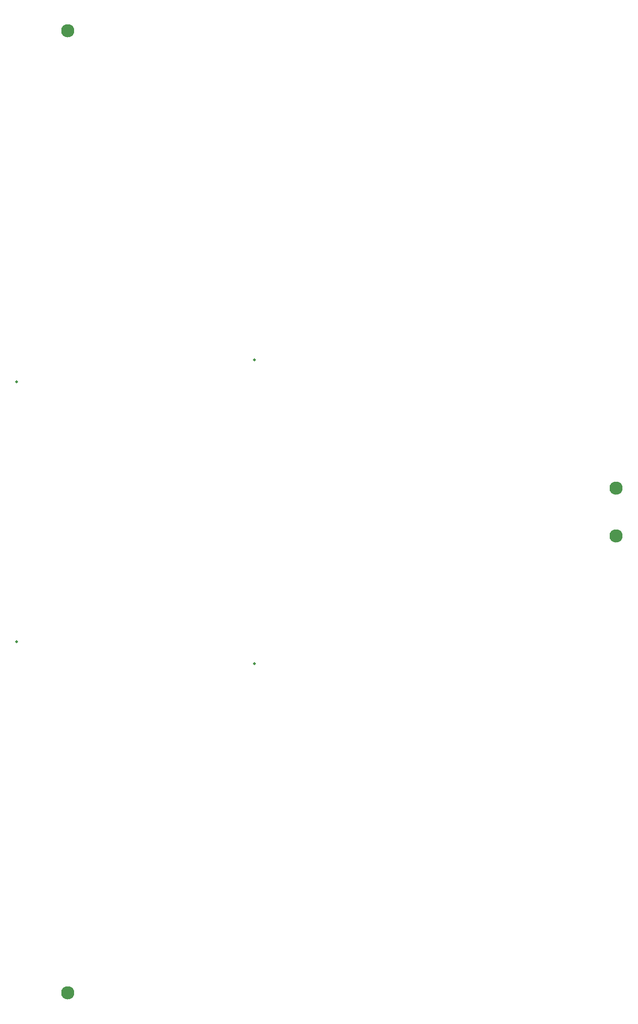
<source format=gtl>
G04 #@! TF.GenerationSoftware,KiCad,Pcbnew,5.0.2-bee76a0~70~ubuntu18.04.1*
G04 #@! TF.CreationDate,2019-06-11T22:58:44+09:00*
G04 #@! TF.ProjectId,top,746f702e-6b69-4636-9164-5f7063625858,rev?*
G04 #@! TF.SameCoordinates,Original*
G04 #@! TF.FileFunction,Copper,L1,Top*
G04 #@! TF.FilePolarity,Positive*
%FSLAX46Y46*%
G04 Gerber Fmt 4.6, Leading zero omitted, Abs format (unit mm)*
G04 Created by KiCad (PCBNEW 5.0.2-bee76a0~70~ubuntu18.04.1) date 2019年06月11日 22時58分44秒*
%MOMM*%
%LPD*%
G01*
G04 APERTURE LIST*
G04 #@! TA.AperFunction,ComponentPad*
%ADD10C,2.300000*%
G04 #@! TD*
G04 #@! TA.AperFunction,ViaPad*
%ADD11C,0.500000*%
G04 #@! TD*
G04 APERTURE END LIST*
D10*
G04 #@! TO.P,Ref5,*
G04 #@! TO.N,*
X201940532Y-112434126D03*
G04 #@! TD*
G04 #@! TO.P,Ref1,*
G04 #@! TO.N,*
X106690532Y-191809126D03*
G04 #@! TD*
G04 #@! TO.P,Ref1,*
G04 #@! TO.N,*
X106680000Y-24765000D03*
G04 #@! TD*
G04 #@! TO.P,Ref5,*
G04 #@! TO.N,*
X201930000Y-104140000D03*
G04 #@! TD*
D11*
G04 #@! TO.N,*
X139065000Y-81915000D03*
X97790000Y-85725000D03*
X97790000Y-130810000D03*
X139065000Y-134620000D03*
G04 #@! TD*
M02*

</source>
